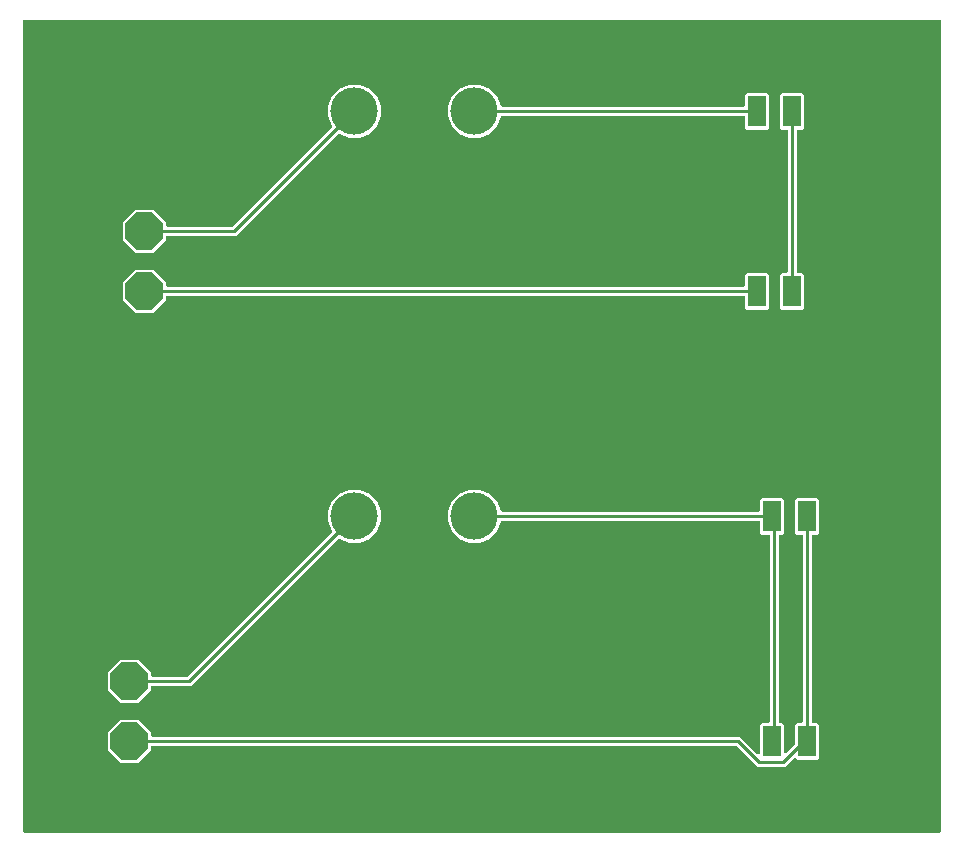
<source format=gtl>
G04 EAGLE Gerber RS-274X export*
G75*
%MOMM*%
%FSLAX34Y34*%
%LPD*%
%INTop Copper*%
%IPPOS*%
%AMOC8*
5,1,8,0,0,1.08239X$1,22.5*%
G01*
%ADD10P,3.409096X8X22.500000*%
%ADD11R,1.500000X2.600000*%
%ADD12C,4.000000*%
%ADD13C,0.254000*%

G36*
X774818Y113046D02*
X774818Y113046D01*
X774937Y113053D01*
X774975Y113066D01*
X775016Y113071D01*
X775126Y113114D01*
X775239Y113151D01*
X775274Y113173D01*
X775311Y113188D01*
X775407Y113258D01*
X775508Y113321D01*
X775536Y113351D01*
X775569Y113374D01*
X775645Y113466D01*
X775726Y113553D01*
X775746Y113588D01*
X775771Y113619D01*
X775822Y113727D01*
X775880Y113831D01*
X775890Y113871D01*
X775907Y113907D01*
X775929Y114024D01*
X775959Y114139D01*
X775963Y114200D01*
X775967Y114220D01*
X775965Y114240D01*
X775969Y114300D01*
X775969Y800100D01*
X775954Y800218D01*
X775947Y800337D01*
X775934Y800375D01*
X775929Y800416D01*
X775886Y800526D01*
X775849Y800639D01*
X775827Y800674D01*
X775812Y800711D01*
X775743Y800807D01*
X775679Y800908D01*
X775649Y800936D01*
X775626Y800969D01*
X775534Y801045D01*
X775447Y801126D01*
X775412Y801146D01*
X775381Y801171D01*
X775273Y801222D01*
X775169Y801280D01*
X775129Y801290D01*
X775093Y801307D01*
X774976Y801329D01*
X774861Y801359D01*
X774801Y801363D01*
X774781Y801367D01*
X774760Y801365D01*
X774700Y801369D01*
X0Y801369D01*
X-118Y801354D01*
X-237Y801347D01*
X-275Y801334D01*
X-316Y801329D01*
X-426Y801286D01*
X-539Y801249D01*
X-574Y801227D01*
X-611Y801212D01*
X-707Y801143D01*
X-808Y801079D01*
X-836Y801049D01*
X-869Y801026D01*
X-945Y800934D01*
X-1026Y800847D01*
X-1046Y800812D01*
X-1071Y800781D01*
X-1122Y800673D01*
X-1180Y800569D01*
X-1190Y800529D01*
X-1207Y800493D01*
X-1229Y800376D01*
X-1259Y800261D01*
X-1263Y800201D01*
X-1267Y800181D01*
X-1265Y800160D01*
X-1269Y800100D01*
X-1269Y114300D01*
X-1254Y114182D01*
X-1247Y114063D01*
X-1234Y114025D01*
X-1229Y113984D01*
X-1186Y113874D01*
X-1149Y113761D01*
X-1127Y113726D01*
X-1112Y113689D01*
X-1043Y113593D01*
X-979Y113492D01*
X-949Y113464D01*
X-926Y113431D01*
X-834Y113356D01*
X-747Y113274D01*
X-712Y113254D01*
X-681Y113229D01*
X-573Y113178D01*
X-469Y113120D01*
X-429Y113110D01*
X-393Y113093D01*
X-276Y113071D01*
X-161Y113041D01*
X-101Y113037D01*
X-81Y113033D01*
X-60Y113035D01*
X0Y113031D01*
X774700Y113031D01*
X774818Y113046D01*
G37*
%LPC*%
G36*
X620722Y168909D02*
X620722Y168909D01*
X603313Y186318D01*
X603235Y186378D01*
X603163Y186446D01*
X603110Y186475D01*
X603062Y186512D01*
X602971Y186552D01*
X602884Y186600D01*
X602826Y186615D01*
X602770Y186639D01*
X602672Y186654D01*
X602576Y186679D01*
X602476Y186685D01*
X602456Y186689D01*
X602444Y186687D01*
X602416Y186689D01*
X108458Y186689D01*
X108340Y186674D01*
X108221Y186667D01*
X108183Y186654D01*
X108142Y186649D01*
X108032Y186606D01*
X107919Y186569D01*
X107884Y186547D01*
X107847Y186532D01*
X107751Y186463D01*
X107650Y186399D01*
X107622Y186369D01*
X107589Y186346D01*
X107513Y186254D01*
X107432Y186167D01*
X107412Y186132D01*
X107387Y186101D01*
X107336Y185993D01*
X107278Y185889D01*
X107268Y185849D01*
X107251Y185813D01*
X107229Y185696D01*
X107199Y185581D01*
X107195Y185521D01*
X107191Y185501D01*
X107193Y185480D01*
X107189Y185420D01*
X107189Y182925D01*
X96475Y172211D01*
X81325Y172211D01*
X70611Y182925D01*
X70611Y198075D01*
X81325Y208789D01*
X96475Y208789D01*
X107189Y198075D01*
X107189Y195580D01*
X107204Y195462D01*
X107211Y195343D01*
X107224Y195305D01*
X107229Y195264D01*
X107272Y195154D01*
X107309Y195041D01*
X107331Y195006D01*
X107346Y194969D01*
X107415Y194873D01*
X107479Y194772D01*
X107509Y194744D01*
X107532Y194711D01*
X107624Y194635D01*
X107711Y194554D01*
X107746Y194534D01*
X107777Y194509D01*
X107885Y194458D01*
X107989Y194400D01*
X108029Y194390D01*
X108065Y194373D01*
X108182Y194351D01*
X108297Y194321D01*
X108357Y194317D01*
X108377Y194313D01*
X108398Y194315D01*
X108458Y194311D01*
X606098Y194311D01*
X620493Y179917D01*
X620602Y179831D01*
X620709Y179743D01*
X620728Y179734D01*
X620744Y179722D01*
X620872Y179666D01*
X620997Y179607D01*
X621017Y179603D01*
X621036Y179595D01*
X621174Y179573D01*
X621310Y179547D01*
X621330Y179549D01*
X621350Y179546D01*
X621489Y179559D01*
X621627Y179567D01*
X621646Y179573D01*
X621666Y179575D01*
X621798Y179623D01*
X621929Y179665D01*
X621947Y179676D01*
X621966Y179683D01*
X622081Y179761D01*
X622198Y179835D01*
X622212Y179850D01*
X622229Y179862D01*
X622321Y179966D01*
X622416Y180067D01*
X622426Y180085D01*
X622439Y180100D01*
X622503Y180224D01*
X622570Y180346D01*
X622575Y180365D01*
X622584Y180383D01*
X622614Y180519D01*
X622649Y180653D01*
X622651Y180682D01*
X622654Y180693D01*
X622653Y180714D01*
X622659Y180814D01*
X622659Y204552D01*
X624148Y206041D01*
X629920Y206041D01*
X630038Y206056D01*
X630157Y206063D01*
X630195Y206076D01*
X630236Y206081D01*
X630346Y206124D01*
X630459Y206161D01*
X630494Y206183D01*
X630531Y206198D01*
X630627Y206267D01*
X630728Y206331D01*
X630756Y206361D01*
X630789Y206384D01*
X630865Y206476D01*
X630946Y206563D01*
X630966Y206598D01*
X630991Y206629D01*
X631042Y206737D01*
X631100Y206841D01*
X631110Y206881D01*
X631127Y206917D01*
X631149Y207034D01*
X631179Y207149D01*
X631183Y207209D01*
X631187Y207229D01*
X631185Y207250D01*
X631189Y207310D01*
X631189Y364190D01*
X631174Y364308D01*
X631167Y364427D01*
X631154Y364465D01*
X631149Y364506D01*
X631106Y364616D01*
X631069Y364729D01*
X631047Y364764D01*
X631032Y364801D01*
X630963Y364897D01*
X630899Y364998D01*
X630869Y365026D01*
X630846Y365059D01*
X630754Y365135D01*
X630667Y365216D01*
X630632Y365236D01*
X630601Y365261D01*
X630493Y365312D01*
X630389Y365370D01*
X630349Y365380D01*
X630313Y365397D01*
X630196Y365419D01*
X630081Y365449D01*
X630021Y365453D01*
X630001Y365457D01*
X629980Y365455D01*
X629920Y365459D01*
X624148Y365459D01*
X622659Y366948D01*
X622659Y375920D01*
X622644Y376038D01*
X622637Y376157D01*
X622624Y376195D01*
X622619Y376236D01*
X622576Y376346D01*
X622539Y376459D01*
X622517Y376494D01*
X622502Y376531D01*
X622433Y376627D01*
X622369Y376728D01*
X622339Y376756D01*
X622316Y376789D01*
X622224Y376865D01*
X622137Y376946D01*
X622102Y376966D01*
X622071Y376991D01*
X621963Y377042D01*
X621859Y377100D01*
X621819Y377110D01*
X621783Y377127D01*
X621666Y377149D01*
X621551Y377179D01*
X621491Y377183D01*
X621471Y377187D01*
X621450Y377185D01*
X621390Y377189D01*
X404668Y377189D01*
X404638Y377186D01*
X404609Y377188D01*
X404481Y377166D01*
X404352Y377149D01*
X404325Y377139D01*
X404295Y377134D01*
X404177Y377080D01*
X404056Y377032D01*
X404032Y377015D01*
X404006Y377003D01*
X403904Y376922D01*
X403799Y376846D01*
X403780Y376823D01*
X403757Y376804D01*
X403679Y376701D01*
X403596Y376601D01*
X403584Y376574D01*
X403566Y376550D01*
X403495Y376406D01*
X400109Y368232D01*
X393768Y361891D01*
X385484Y358459D01*
X376516Y358459D01*
X368232Y361891D01*
X361891Y368232D01*
X358459Y376516D01*
X358459Y385484D01*
X361891Y393768D01*
X368232Y400109D01*
X376516Y403541D01*
X385484Y403541D01*
X393768Y400109D01*
X400109Y393768D01*
X403495Y385594D01*
X403510Y385569D01*
X403519Y385541D01*
X403588Y385431D01*
X403652Y385318D01*
X403673Y385297D01*
X403689Y385272D01*
X403783Y385183D01*
X403874Y385090D01*
X403899Y385074D01*
X403920Y385054D01*
X404034Y384991D01*
X404145Y384923D01*
X404173Y384915D01*
X404199Y384900D01*
X404325Y384868D01*
X404449Y384830D01*
X404478Y384828D01*
X404507Y384821D01*
X404668Y384811D01*
X621390Y384811D01*
X621508Y384826D01*
X621627Y384833D01*
X621665Y384846D01*
X621706Y384851D01*
X621816Y384894D01*
X621929Y384931D01*
X621964Y384953D01*
X622001Y384968D01*
X622097Y385037D01*
X622198Y385101D01*
X622226Y385131D01*
X622259Y385154D01*
X622335Y385246D01*
X622416Y385333D01*
X622436Y385368D01*
X622461Y385399D01*
X622512Y385507D01*
X622570Y385611D01*
X622580Y385651D01*
X622597Y385687D01*
X622619Y385804D01*
X622649Y385919D01*
X622653Y385979D01*
X622657Y385999D01*
X622655Y386020D01*
X622659Y386080D01*
X622659Y395052D01*
X624148Y396541D01*
X641252Y396541D01*
X642741Y395052D01*
X642741Y366948D01*
X641252Y365459D01*
X640080Y365459D01*
X639962Y365444D01*
X639843Y365437D01*
X639805Y365424D01*
X639764Y365419D01*
X639654Y365376D01*
X639541Y365339D01*
X639506Y365317D01*
X639469Y365302D01*
X639373Y365233D01*
X639272Y365169D01*
X639244Y365139D01*
X639211Y365116D01*
X639135Y365024D01*
X639054Y364937D01*
X639034Y364902D01*
X639009Y364871D01*
X638958Y364763D01*
X638900Y364659D01*
X638890Y364619D01*
X638873Y364583D01*
X638851Y364466D01*
X638821Y364351D01*
X638817Y364291D01*
X638813Y364271D01*
X638815Y364250D01*
X638811Y364190D01*
X638811Y207310D01*
X638826Y207192D01*
X638833Y207073D01*
X638846Y207035D01*
X638851Y206994D01*
X638894Y206884D01*
X638931Y206771D01*
X638953Y206736D01*
X638968Y206699D01*
X639037Y206603D01*
X639101Y206502D01*
X639131Y206474D01*
X639154Y206441D01*
X639246Y206365D01*
X639333Y206284D01*
X639368Y206264D01*
X639399Y206239D01*
X639507Y206188D01*
X639611Y206130D01*
X639651Y206120D01*
X639687Y206103D01*
X639804Y206081D01*
X639919Y206051D01*
X639979Y206047D01*
X639999Y206043D01*
X640020Y206045D01*
X640080Y206041D01*
X641252Y206041D01*
X642741Y204552D01*
X642741Y181294D01*
X642758Y181157D01*
X642771Y181018D01*
X642778Y180999D01*
X642781Y180979D01*
X642832Y180850D01*
X642879Y180719D01*
X642890Y180702D01*
X642898Y180683D01*
X642979Y180571D01*
X643057Y180455D01*
X643073Y180442D01*
X643084Y180426D01*
X643192Y180337D01*
X643296Y180245D01*
X643314Y180236D01*
X643329Y180223D01*
X643455Y180164D01*
X643579Y180100D01*
X643599Y180096D01*
X643617Y180087D01*
X643753Y180061D01*
X643889Y180031D01*
X643910Y180031D01*
X643929Y180027D01*
X644068Y180036D01*
X644207Y180040D01*
X644227Y180046D01*
X644247Y180047D01*
X644379Y180090D01*
X644513Y180129D01*
X644530Y180139D01*
X644549Y180145D01*
X644667Y180220D01*
X644787Y180290D01*
X644808Y180309D01*
X644818Y180315D01*
X644832Y180330D01*
X644907Y180397D01*
X652288Y187777D01*
X652348Y187855D01*
X652416Y187927D01*
X652445Y187980D01*
X652482Y188028D01*
X652522Y188119D01*
X652570Y188206D01*
X652585Y188264D01*
X652609Y188320D01*
X652624Y188418D01*
X652649Y188514D01*
X652655Y188614D01*
X652659Y188634D01*
X652657Y188646D01*
X652659Y188674D01*
X652659Y204552D01*
X654148Y206041D01*
X657860Y206041D01*
X657978Y206056D01*
X658097Y206063D01*
X658135Y206076D01*
X658176Y206081D01*
X658286Y206124D01*
X658399Y206161D01*
X658434Y206183D01*
X658471Y206198D01*
X658567Y206267D01*
X658668Y206331D01*
X658696Y206361D01*
X658729Y206384D01*
X658805Y206476D01*
X658886Y206563D01*
X658906Y206598D01*
X658931Y206629D01*
X658982Y206737D01*
X659040Y206841D01*
X659050Y206881D01*
X659067Y206917D01*
X659089Y207034D01*
X659119Y207149D01*
X659123Y207209D01*
X659127Y207229D01*
X659125Y207250D01*
X659129Y207310D01*
X659129Y364190D01*
X659114Y364308D01*
X659107Y364427D01*
X659094Y364465D01*
X659089Y364506D01*
X659046Y364616D01*
X659009Y364729D01*
X658987Y364764D01*
X658972Y364801D01*
X658903Y364897D01*
X658839Y364998D01*
X658809Y365026D01*
X658786Y365059D01*
X658694Y365135D01*
X658607Y365216D01*
X658572Y365236D01*
X658541Y365261D01*
X658433Y365312D01*
X658329Y365370D01*
X658289Y365380D01*
X658253Y365397D01*
X658136Y365419D01*
X658021Y365449D01*
X657961Y365453D01*
X657941Y365457D01*
X657920Y365455D01*
X657860Y365459D01*
X654148Y365459D01*
X652659Y366948D01*
X652659Y395052D01*
X654148Y396541D01*
X671252Y396541D01*
X672741Y395052D01*
X672741Y366948D01*
X671252Y365459D01*
X668020Y365459D01*
X667902Y365444D01*
X667783Y365437D01*
X667745Y365424D01*
X667704Y365419D01*
X667594Y365376D01*
X667481Y365339D01*
X667446Y365317D01*
X667409Y365302D01*
X667313Y365233D01*
X667212Y365169D01*
X667184Y365139D01*
X667151Y365116D01*
X667075Y365024D01*
X666994Y364937D01*
X666974Y364902D01*
X666949Y364871D01*
X666898Y364763D01*
X666840Y364659D01*
X666830Y364619D01*
X666813Y364583D01*
X666791Y364466D01*
X666761Y364351D01*
X666757Y364291D01*
X666753Y364271D01*
X666755Y364250D01*
X666751Y364190D01*
X666751Y207310D01*
X666766Y207192D01*
X666773Y207073D01*
X666786Y207035D01*
X666791Y206994D01*
X666834Y206884D01*
X666871Y206771D01*
X666893Y206736D01*
X666908Y206699D01*
X666977Y206603D01*
X667041Y206502D01*
X667071Y206474D01*
X667094Y206441D01*
X667186Y206365D01*
X667273Y206284D01*
X667308Y206264D01*
X667339Y206239D01*
X667447Y206188D01*
X667551Y206130D01*
X667591Y206120D01*
X667627Y206103D01*
X667744Y206081D01*
X667859Y206051D01*
X667919Y206047D01*
X667939Y206043D01*
X667960Y206045D01*
X668020Y206041D01*
X671252Y206041D01*
X672741Y204552D01*
X672741Y176448D01*
X671252Y174959D01*
X654148Y174959D01*
X653096Y176011D01*
X653002Y176084D01*
X652912Y176163D01*
X652876Y176182D01*
X652844Y176206D01*
X652735Y176254D01*
X652629Y176308D01*
X652590Y176317D01*
X652552Y176333D01*
X652435Y176351D01*
X652319Y176377D01*
X652278Y176376D01*
X652238Y176382D01*
X652120Y176371D01*
X652001Y176368D01*
X651962Y176356D01*
X651922Y176353D01*
X651809Y176312D01*
X651695Y176279D01*
X651661Y176259D01*
X651622Y176245D01*
X651524Y176178D01*
X651421Y176118D01*
X651376Y176078D01*
X651359Y176066D01*
X651346Y176051D01*
X651301Y176011D01*
X644198Y168909D01*
X620722Y168909D01*
G37*
%LPD*%
%LPC*%
G36*
X94025Y553211D02*
X94025Y553211D01*
X83311Y563925D01*
X83311Y579075D01*
X94025Y589789D01*
X109175Y589789D01*
X119889Y579075D01*
X119889Y576580D01*
X119904Y576462D01*
X119911Y576343D01*
X119924Y576305D01*
X119929Y576264D01*
X119972Y576154D01*
X120009Y576041D01*
X120031Y576006D01*
X120046Y575969D01*
X120115Y575873D01*
X120179Y575772D01*
X120209Y575744D01*
X120232Y575711D01*
X120324Y575635D01*
X120411Y575554D01*
X120446Y575534D01*
X120477Y575509D01*
X120585Y575458D01*
X120689Y575400D01*
X120729Y575390D01*
X120765Y575373D01*
X120882Y575351D01*
X120997Y575321D01*
X121057Y575317D01*
X121077Y575313D01*
X121098Y575315D01*
X121158Y575311D01*
X608690Y575311D01*
X608808Y575326D01*
X608927Y575333D01*
X608965Y575346D01*
X609006Y575351D01*
X609116Y575394D01*
X609229Y575431D01*
X609264Y575453D01*
X609301Y575468D01*
X609397Y575537D01*
X609498Y575601D01*
X609526Y575631D01*
X609559Y575654D01*
X609635Y575746D01*
X609716Y575833D01*
X609736Y575868D01*
X609761Y575899D01*
X609812Y576007D01*
X609870Y576111D01*
X609880Y576151D01*
X609897Y576187D01*
X609919Y576304D01*
X609949Y576419D01*
X609953Y576479D01*
X609957Y576499D01*
X609955Y576520D01*
X609959Y576580D01*
X609959Y585552D01*
X611448Y587041D01*
X628552Y587041D01*
X630041Y585552D01*
X630041Y557448D01*
X628552Y555959D01*
X611448Y555959D01*
X609959Y557448D01*
X609959Y566420D01*
X609944Y566538D01*
X609937Y566657D01*
X609924Y566695D01*
X609919Y566736D01*
X609876Y566846D01*
X609839Y566959D01*
X609817Y566994D01*
X609802Y567031D01*
X609733Y567127D01*
X609669Y567228D01*
X609639Y567256D01*
X609616Y567289D01*
X609524Y567365D01*
X609437Y567446D01*
X609402Y567466D01*
X609371Y567491D01*
X609263Y567542D01*
X609159Y567600D01*
X609119Y567610D01*
X609083Y567627D01*
X608966Y567649D01*
X608851Y567679D01*
X608791Y567683D01*
X608771Y567687D01*
X608750Y567685D01*
X608690Y567689D01*
X121158Y567689D01*
X121040Y567674D01*
X120921Y567667D01*
X120883Y567654D01*
X120842Y567649D01*
X120732Y567606D01*
X120619Y567569D01*
X120584Y567547D01*
X120547Y567532D01*
X120451Y567463D01*
X120350Y567399D01*
X120322Y567369D01*
X120289Y567346D01*
X120213Y567254D01*
X120132Y567167D01*
X120112Y567132D01*
X120087Y567101D01*
X120036Y566993D01*
X119978Y566889D01*
X119968Y566849D01*
X119951Y566813D01*
X119929Y566696D01*
X119899Y566581D01*
X119895Y566521D01*
X119891Y566501D01*
X119893Y566480D01*
X119889Y566420D01*
X119889Y563925D01*
X109175Y553211D01*
X94025Y553211D01*
G37*
%LPD*%
%LPC*%
G36*
X81325Y223011D02*
X81325Y223011D01*
X70611Y233725D01*
X70611Y248875D01*
X81325Y259589D01*
X96475Y259589D01*
X107189Y248875D01*
X107189Y246380D01*
X107204Y246262D01*
X107211Y246143D01*
X107224Y246105D01*
X107229Y246064D01*
X107272Y245954D01*
X107309Y245841D01*
X107331Y245806D01*
X107346Y245769D01*
X107415Y245673D01*
X107479Y245572D01*
X107509Y245544D01*
X107532Y245511D01*
X107624Y245435D01*
X107711Y245354D01*
X107746Y245334D01*
X107777Y245309D01*
X107885Y245258D01*
X107989Y245200D01*
X108029Y245190D01*
X108065Y245173D01*
X108182Y245151D01*
X108297Y245121D01*
X108357Y245117D01*
X108377Y245113D01*
X108398Y245115D01*
X108458Y245111D01*
X137596Y245111D01*
X137694Y245123D01*
X137793Y245126D01*
X137851Y245143D01*
X137911Y245151D01*
X138003Y245187D01*
X138099Y245215D01*
X138151Y245245D01*
X138207Y245268D01*
X138287Y245326D01*
X138372Y245376D01*
X138448Y245442D01*
X138464Y245454D01*
X138472Y245464D01*
X138493Y245482D01*
X259970Y366959D01*
X259988Y366982D01*
X260011Y367002D01*
X260085Y367108D01*
X260165Y367210D01*
X260177Y367237D01*
X260194Y367262D01*
X260240Y367383D01*
X260291Y367502D01*
X260296Y367531D01*
X260306Y367559D01*
X260321Y367688D01*
X260341Y367816D01*
X260338Y367846D01*
X260342Y367875D01*
X260323Y368004D01*
X260311Y368133D01*
X260301Y368161D01*
X260297Y368190D01*
X260245Y368342D01*
X256859Y376516D01*
X256859Y385484D01*
X260291Y393768D01*
X266632Y400109D01*
X274916Y403541D01*
X283884Y403541D01*
X292168Y400109D01*
X298509Y393768D01*
X301941Y385484D01*
X301941Y376516D01*
X298509Y368232D01*
X292168Y361891D01*
X283884Y358459D01*
X274916Y358459D01*
X266742Y361845D01*
X266714Y361853D01*
X266688Y361866D01*
X266561Y361895D01*
X266436Y361929D01*
X266406Y361929D01*
X266377Y361936D01*
X266247Y361932D01*
X266118Y361934D01*
X266089Y361927D01*
X266059Y361926D01*
X265935Y361890D01*
X265808Y361860D01*
X265782Y361846D01*
X265754Y361838D01*
X265642Y361772D01*
X265527Y361711D01*
X265505Y361691D01*
X265480Y361676D01*
X265359Y361570D01*
X141278Y237489D01*
X108458Y237489D01*
X108340Y237474D01*
X108221Y237467D01*
X108183Y237454D01*
X108142Y237449D01*
X108032Y237406D01*
X107919Y237369D01*
X107884Y237347D01*
X107847Y237332D01*
X107751Y237263D01*
X107650Y237199D01*
X107622Y237169D01*
X107589Y237146D01*
X107513Y237054D01*
X107432Y236967D01*
X107412Y236932D01*
X107387Y236901D01*
X107336Y236793D01*
X107278Y236689D01*
X107268Y236649D01*
X107251Y236613D01*
X107229Y236496D01*
X107199Y236381D01*
X107195Y236321D01*
X107191Y236301D01*
X107193Y236280D01*
X107189Y236220D01*
X107189Y233725D01*
X96475Y223011D01*
X81325Y223011D01*
G37*
%LPD*%
%LPC*%
G36*
X94025Y604011D02*
X94025Y604011D01*
X83311Y614725D01*
X83311Y629875D01*
X94025Y640589D01*
X109175Y640589D01*
X119889Y629875D01*
X119889Y627380D01*
X119904Y627262D01*
X119911Y627143D01*
X119924Y627105D01*
X119929Y627064D01*
X119972Y626954D01*
X120009Y626841D01*
X120031Y626806D01*
X120046Y626769D01*
X120115Y626673D01*
X120179Y626572D01*
X120209Y626544D01*
X120232Y626511D01*
X120324Y626435D01*
X120411Y626354D01*
X120446Y626334D01*
X120477Y626309D01*
X120585Y626258D01*
X120689Y626200D01*
X120729Y626190D01*
X120765Y626173D01*
X120882Y626151D01*
X120997Y626121D01*
X121057Y626117D01*
X121077Y626113D01*
X121098Y626115D01*
X121158Y626111D01*
X175696Y626111D01*
X175794Y626123D01*
X175893Y626126D01*
X175951Y626143D01*
X176011Y626151D01*
X176103Y626187D01*
X176199Y626215D01*
X176251Y626245D01*
X176307Y626268D01*
X176387Y626326D01*
X176472Y626376D01*
X176548Y626442D01*
X176564Y626454D01*
X176572Y626464D01*
X176593Y626482D01*
X259970Y709859D01*
X259988Y709882D01*
X260011Y709902D01*
X260085Y710008D01*
X260165Y710110D01*
X260177Y710137D01*
X260194Y710162D01*
X260240Y710283D01*
X260291Y710402D01*
X260296Y710431D01*
X260306Y710459D01*
X260321Y710588D01*
X260341Y710716D01*
X260338Y710746D01*
X260342Y710775D01*
X260323Y710904D01*
X260311Y711033D01*
X260301Y711061D01*
X260297Y711090D01*
X260245Y711242D01*
X256859Y719416D01*
X256859Y728384D01*
X260291Y736668D01*
X266632Y743009D01*
X274916Y746441D01*
X283884Y746441D01*
X292168Y743009D01*
X298509Y736668D01*
X301941Y728384D01*
X301941Y719416D01*
X298509Y711132D01*
X292168Y704791D01*
X283884Y701359D01*
X274916Y701359D01*
X266742Y704745D01*
X266714Y704753D01*
X266688Y704766D01*
X266561Y704795D01*
X266436Y704829D01*
X266406Y704829D01*
X266377Y704836D01*
X266247Y704832D01*
X266118Y704834D01*
X266089Y704827D01*
X266059Y704826D01*
X265935Y704790D01*
X265808Y704760D01*
X265782Y704746D01*
X265754Y704738D01*
X265642Y704672D01*
X265527Y704611D01*
X265505Y704591D01*
X265480Y704576D01*
X265359Y704470D01*
X179378Y618489D01*
X121158Y618489D01*
X121040Y618474D01*
X120921Y618467D01*
X120883Y618454D01*
X120842Y618449D01*
X120732Y618406D01*
X120619Y618369D01*
X120584Y618347D01*
X120547Y618332D01*
X120451Y618263D01*
X120350Y618199D01*
X120322Y618169D01*
X120289Y618146D01*
X120213Y618054D01*
X120132Y617967D01*
X120112Y617932D01*
X120087Y617901D01*
X120036Y617793D01*
X119978Y617689D01*
X119968Y617649D01*
X119951Y617613D01*
X119929Y617496D01*
X119899Y617381D01*
X119895Y617321D01*
X119891Y617301D01*
X119893Y617280D01*
X119889Y617220D01*
X119889Y614725D01*
X109175Y604011D01*
X94025Y604011D01*
G37*
%LPD*%
%LPC*%
G36*
X376516Y701359D02*
X376516Y701359D01*
X368232Y704791D01*
X361891Y711132D01*
X358459Y719416D01*
X358459Y728384D01*
X361891Y736668D01*
X368232Y743009D01*
X376516Y746441D01*
X385484Y746441D01*
X393768Y743009D01*
X400109Y736668D01*
X403495Y728494D01*
X403510Y728469D01*
X403519Y728441D01*
X403588Y728331D01*
X403652Y728218D01*
X403673Y728197D01*
X403689Y728172D01*
X403783Y728083D01*
X403874Y727990D01*
X403899Y727974D01*
X403920Y727954D01*
X404034Y727891D01*
X404145Y727823D01*
X404173Y727815D01*
X404199Y727800D01*
X404325Y727768D01*
X404449Y727730D01*
X404478Y727728D01*
X404507Y727721D01*
X404668Y727711D01*
X608690Y727711D01*
X608808Y727726D01*
X608927Y727733D01*
X608965Y727746D01*
X609006Y727751D01*
X609116Y727794D01*
X609229Y727831D01*
X609264Y727853D01*
X609301Y727868D01*
X609397Y727937D01*
X609498Y728001D01*
X609526Y728031D01*
X609559Y728054D01*
X609635Y728146D01*
X609716Y728233D01*
X609736Y728268D01*
X609761Y728299D01*
X609812Y728407D01*
X609870Y728511D01*
X609880Y728551D01*
X609897Y728587D01*
X609919Y728704D01*
X609949Y728819D01*
X609953Y728879D01*
X609957Y728899D01*
X609955Y728920D01*
X609959Y728980D01*
X609959Y737952D01*
X611448Y739441D01*
X628552Y739441D01*
X630041Y737952D01*
X630041Y709848D01*
X628552Y708359D01*
X611448Y708359D01*
X609959Y709848D01*
X609959Y718820D01*
X609944Y718938D01*
X609937Y719057D01*
X609924Y719095D01*
X609919Y719136D01*
X609876Y719246D01*
X609839Y719359D01*
X609817Y719394D01*
X609802Y719431D01*
X609733Y719527D01*
X609669Y719628D01*
X609639Y719656D01*
X609616Y719689D01*
X609524Y719765D01*
X609437Y719846D01*
X609402Y719866D01*
X609371Y719891D01*
X609263Y719942D01*
X609159Y720000D01*
X609119Y720010D01*
X609083Y720027D01*
X608966Y720049D01*
X608851Y720079D01*
X608791Y720083D01*
X608771Y720087D01*
X608750Y720085D01*
X608690Y720089D01*
X404668Y720089D01*
X404638Y720086D01*
X404609Y720088D01*
X404481Y720066D01*
X404352Y720049D01*
X404325Y720039D01*
X404295Y720034D01*
X404177Y719980D01*
X404056Y719932D01*
X404032Y719915D01*
X404006Y719903D01*
X403904Y719822D01*
X403799Y719746D01*
X403780Y719723D01*
X403757Y719704D01*
X403679Y719601D01*
X403596Y719501D01*
X403584Y719474D01*
X403566Y719450D01*
X403495Y719306D01*
X400109Y711132D01*
X393768Y704791D01*
X385484Y701359D01*
X376516Y701359D01*
G37*
%LPD*%
%LPC*%
G36*
X641448Y555959D02*
X641448Y555959D01*
X639959Y557448D01*
X639959Y585552D01*
X641448Y587041D01*
X645160Y587041D01*
X645278Y587056D01*
X645397Y587063D01*
X645435Y587076D01*
X645476Y587081D01*
X645586Y587124D01*
X645699Y587161D01*
X645734Y587183D01*
X645771Y587198D01*
X645867Y587267D01*
X645968Y587331D01*
X645996Y587361D01*
X646029Y587384D01*
X646105Y587476D01*
X646186Y587563D01*
X646206Y587598D01*
X646231Y587629D01*
X646282Y587737D01*
X646340Y587841D01*
X646350Y587881D01*
X646367Y587917D01*
X646389Y588034D01*
X646419Y588149D01*
X646423Y588209D01*
X646427Y588229D01*
X646425Y588250D01*
X646429Y588310D01*
X646429Y707090D01*
X646414Y707208D01*
X646407Y707327D01*
X646394Y707365D01*
X646389Y707406D01*
X646346Y707516D01*
X646309Y707629D01*
X646287Y707664D01*
X646272Y707701D01*
X646203Y707797D01*
X646139Y707898D01*
X646109Y707926D01*
X646086Y707959D01*
X645994Y708035D01*
X645907Y708116D01*
X645872Y708136D01*
X645841Y708161D01*
X645733Y708212D01*
X645629Y708270D01*
X645589Y708280D01*
X645553Y708297D01*
X645436Y708319D01*
X645321Y708349D01*
X645261Y708353D01*
X645241Y708357D01*
X645220Y708355D01*
X645160Y708359D01*
X641448Y708359D01*
X639959Y709848D01*
X639959Y737952D01*
X641448Y739441D01*
X658552Y739441D01*
X660041Y737952D01*
X660041Y709848D01*
X658552Y708359D01*
X655320Y708359D01*
X655202Y708344D01*
X655083Y708337D01*
X655045Y708324D01*
X655004Y708319D01*
X654894Y708276D01*
X654781Y708239D01*
X654746Y708217D01*
X654709Y708202D01*
X654613Y708133D01*
X654512Y708069D01*
X654484Y708039D01*
X654451Y708016D01*
X654375Y707924D01*
X654294Y707837D01*
X654274Y707802D01*
X654249Y707771D01*
X654198Y707663D01*
X654140Y707559D01*
X654130Y707519D01*
X654113Y707483D01*
X654091Y707366D01*
X654061Y707251D01*
X654057Y707191D01*
X654053Y707171D01*
X654055Y707150D01*
X654051Y707090D01*
X654051Y588310D01*
X654066Y588192D01*
X654073Y588073D01*
X654086Y588035D01*
X654091Y587994D01*
X654134Y587884D01*
X654171Y587771D01*
X654193Y587736D01*
X654208Y587699D01*
X654277Y587603D01*
X654341Y587502D01*
X654371Y587474D01*
X654394Y587441D01*
X654486Y587365D01*
X654573Y587284D01*
X654608Y587264D01*
X654639Y587239D01*
X654747Y587188D01*
X654851Y587130D01*
X654891Y587120D01*
X654927Y587103D01*
X655044Y587081D01*
X655159Y587051D01*
X655219Y587047D01*
X655239Y587043D01*
X655260Y587045D01*
X655320Y587041D01*
X658552Y587041D01*
X660041Y585552D01*
X660041Y557448D01*
X658552Y555959D01*
X641448Y555959D01*
G37*
%LPD*%
D10*
X101600Y571500D03*
X101600Y622300D03*
X88900Y190500D03*
X88900Y241300D03*
D11*
X632700Y190500D03*
X662700Y190500D03*
X632700Y381000D03*
X662700Y381000D03*
X620000Y723900D03*
X650000Y723900D03*
X650000Y571500D03*
X620000Y571500D03*
D12*
X279400Y381000D03*
X381000Y381000D03*
X279400Y723900D03*
X381000Y723900D03*
D13*
X139700Y241300D02*
X88900Y241300D01*
X139700Y241300D02*
X279400Y381000D01*
X635000Y381000D02*
X635000Y190500D01*
X632700Y190500D01*
X632700Y381000D02*
X635000Y381000D01*
X632700Y381000D02*
X381000Y381000D01*
X662940Y381000D02*
X662940Y190500D01*
X662700Y190500D01*
X662940Y381000D02*
X662700Y381000D01*
X604520Y190500D02*
X88900Y190500D01*
X604520Y190500D02*
X622300Y172720D01*
X642620Y172720D01*
X660400Y190500D01*
X662700Y190500D01*
X177800Y622300D02*
X101600Y622300D01*
X177800Y622300D02*
X279400Y723900D01*
X381000Y723900D02*
X620000Y723900D01*
X650240Y723900D02*
X650240Y571500D01*
X650000Y571500D01*
X650240Y723900D02*
X650000Y723900D01*
X620000Y571500D02*
X101600Y571500D01*
M02*

</source>
